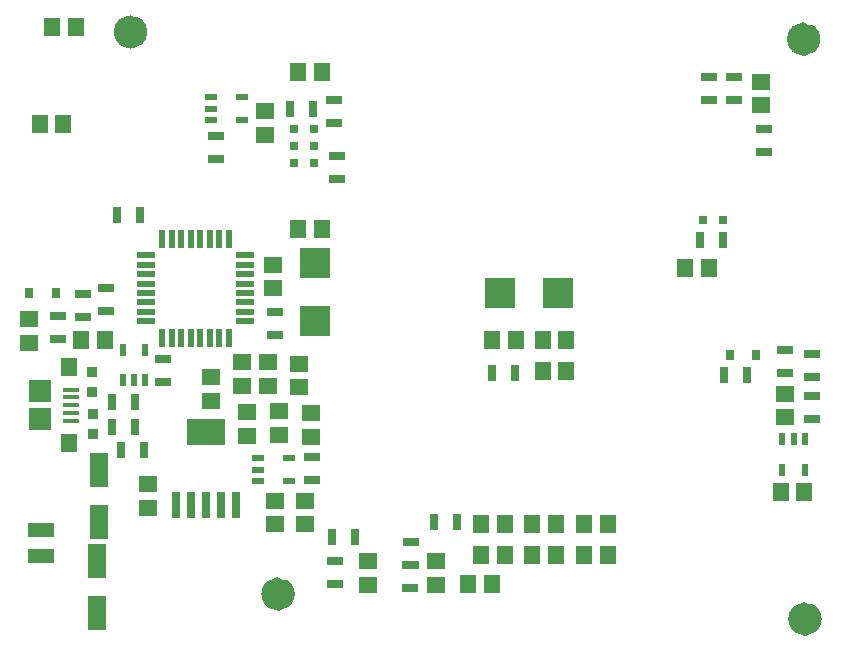
<source format=gtp>
G04*
G04 #@! TF.GenerationSoftware,Altium Limited,Altium Designer,24.5.2 (23)*
G04*
G04 Layer_Color=8421504*
%FSLAX42Y42*%
%MOMM*%
G71*
G04*
G04 #@! TF.SameCoordinates,800EA35B-6491-4ADE-9D72-18F2112E8D14*
G04*
G04*
G04 #@! TF.FilePolarity,Positive*
G04*
G01*
G75*
%ADD14C,1.40*%
%ADD15R,1.35X0.80*%
%ADD16R,0.80X1.35*%
%ADD17R,0.73X0.93*%
%ADD18R,1.35X0.40*%
%ADD19R,1.40X1.60*%
%ADD20R,1.90X1.90*%
%ADD21R,1.55X1.35*%
%ADD22R,1.35X1.55*%
%ADD23R,0.66X2.20*%
%ADD24R,3.20X2.20*%
%ADD25R,2.50X2.60*%
%ADD26R,2.60X2.50*%
%ADD27R,1.10X0.60*%
%ADD28R,0.60X1.10*%
%ADD29R,1.60X3.00*%
%ADD30R,2.20X1.20*%
%ADD31R,0.80X0.80*%
%ADD32R,0.55X1.55*%
%ADD33R,1.55X0.55*%
%ADD34R,0.85X0.85*%
D14*
X2309Y411D02*
G03*
X2309Y411I-70J0D01*
G01*
X1060Y5170D02*
G03*
X1060Y5170I-70J0D01*
G01*
X6770Y200D02*
G03*
X6770Y200I-70J0D01*
G01*
X6760Y5110D02*
G03*
X6760Y5110I-70J0D01*
G01*
D15*
X1710Y4092D02*
D03*
Y4288D02*
D03*
X2714Y4598D02*
D03*
Y4403D02*
D03*
X2740Y3922D02*
D03*
Y4117D02*
D03*
X2210Y2798D02*
D03*
Y2602D02*
D03*
X5890Y4788D02*
D03*
Y4592D02*
D03*
X6100D02*
D03*
Y4788D02*
D03*
X6350Y4347D02*
D03*
Y4153D02*
D03*
X2524Y1380D02*
D03*
Y1575D02*
D03*
X375Y2573D02*
D03*
Y2768D02*
D03*
X6530Y2478D02*
D03*
Y2283D02*
D03*
X3361Y653D02*
D03*
Y848D02*
D03*
X3360Y465D02*
D03*
Y660D02*
D03*
X785Y2804D02*
D03*
Y2999D02*
D03*
X6760Y1889D02*
D03*
Y2084D02*
D03*
X590Y2949D02*
D03*
Y2754D02*
D03*
X6760Y2440D02*
D03*
Y2245D02*
D03*
X2720Y493D02*
D03*
Y688D02*
D03*
X1266Y2210D02*
D03*
Y2405D02*
D03*
D16*
X1030Y2040D02*
D03*
X835D02*
D03*
X831Y1827D02*
D03*
X1026D02*
D03*
X1108Y1627D02*
D03*
X913D02*
D03*
X3562Y1020D02*
D03*
X3758D02*
D03*
X2342Y4520D02*
D03*
X2537D02*
D03*
X4053Y2280D02*
D03*
X4247D02*
D03*
X5812Y3410D02*
D03*
X6007D02*
D03*
X2692Y890D02*
D03*
X2888D02*
D03*
X6207Y2268D02*
D03*
X6012D02*
D03*
X875Y3619D02*
D03*
X1070D02*
D03*
D17*
X134Y2956D02*
D03*
X357D02*
D03*
X6285Y2439D02*
D03*
X6062D02*
D03*
D18*
X487Y2140D02*
D03*
Y2075D02*
D03*
Y2010D02*
D03*
Y1945D02*
D03*
Y1880D02*
D03*
D19*
X465Y2330D02*
D03*
Y1690D02*
D03*
D20*
X220Y2130D02*
D03*
Y1890D02*
D03*
D21*
X6330Y4750D02*
D03*
Y4550D02*
D03*
X2414Y2360D02*
D03*
Y2160D02*
D03*
X1672Y2246D02*
D03*
Y2046D02*
D03*
X1140Y1340D02*
D03*
Y1140D02*
D03*
X2210Y1200D02*
D03*
Y1000D02*
D03*
X1980Y1950D02*
D03*
Y1750D02*
D03*
X2158Y2175D02*
D03*
Y2375D02*
D03*
X2200Y3000D02*
D03*
Y3200D02*
D03*
X1931Y2174D02*
D03*
Y2374D02*
D03*
X2517Y1740D02*
D03*
Y1940D02*
D03*
X3000Y490D02*
D03*
Y690D02*
D03*
X3580D02*
D03*
Y490D02*
D03*
X2126Y4299D02*
D03*
Y4499D02*
D03*
X2250Y1760D02*
D03*
Y1960D02*
D03*
X132Y2538D02*
D03*
Y2738D02*
D03*
X6528Y1908D02*
D03*
Y2108D02*
D03*
X2470Y1000D02*
D03*
Y1200D02*
D03*
D22*
X420Y4390D02*
D03*
X220D02*
D03*
X5030Y1000D02*
D03*
X4830D02*
D03*
X2610Y4830D02*
D03*
X2410D02*
D03*
X3960Y740D02*
D03*
X4160D02*
D03*
X5684Y3170D02*
D03*
X5884D02*
D03*
X5030Y740D02*
D03*
X4830D02*
D03*
X4390D02*
D03*
X4590D02*
D03*
X2610Y3500D02*
D03*
X2410D02*
D03*
X4050Y500D02*
D03*
X3850D02*
D03*
X326Y5208D02*
D03*
X526D02*
D03*
X4480Y2300D02*
D03*
X4680D02*
D03*
X4160Y1000D02*
D03*
X3960D02*
D03*
X4590D02*
D03*
X4390D02*
D03*
X4250Y2563D02*
D03*
X4050D02*
D03*
X4480Y2560D02*
D03*
X4680D02*
D03*
X6496Y1272D02*
D03*
X6696D02*
D03*
X570Y2559D02*
D03*
X770D02*
D03*
D23*
X1372Y1161D02*
D03*
X1499D02*
D03*
X1626D02*
D03*
X1753D02*
D03*
X1880D02*
D03*
D24*
X1626Y1781D02*
D03*
D25*
X4605Y2960D02*
D03*
X4115D02*
D03*
D26*
X2550Y2720D02*
D03*
Y3210D02*
D03*
D27*
X1930Y4425D02*
D03*
Y4615D02*
D03*
X1670Y4425D02*
D03*
Y4520D02*
D03*
Y4615D02*
D03*
X2330Y1370D02*
D03*
Y1560D02*
D03*
X2070Y1370D02*
D03*
Y1465D02*
D03*
Y1560D02*
D03*
D28*
X1113Y2481D02*
D03*
X923D02*
D03*
X1113Y2221D02*
D03*
X1018D02*
D03*
X923D02*
D03*
X6509Y1465D02*
D03*
X6699D02*
D03*
X6509Y1725D02*
D03*
X6604D02*
D03*
X6699D02*
D03*
D29*
X720Y1020D02*
D03*
Y1460D02*
D03*
X710Y250D02*
D03*
Y690D02*
D03*
D30*
X230Y730D02*
D03*
Y950D02*
D03*
D31*
X2545Y4061D02*
D03*
X2375D02*
D03*
X6010Y3578D02*
D03*
X5840D02*
D03*
X2545Y4205D02*
D03*
X2375D02*
D03*
X2545Y4349D02*
D03*
X2375D02*
D03*
D32*
X1820Y2580D02*
D03*
X1740D02*
D03*
X1660D02*
D03*
X1580D02*
D03*
X1500D02*
D03*
X1420D02*
D03*
X1340D02*
D03*
X1260D02*
D03*
Y3420D02*
D03*
X1340D02*
D03*
X1420D02*
D03*
X1500D02*
D03*
X1580D02*
D03*
X1660D02*
D03*
X1740D02*
D03*
X1820D02*
D03*
D33*
X1120Y2720D02*
D03*
Y2800D02*
D03*
Y2880D02*
D03*
Y2960D02*
D03*
Y3040D02*
D03*
Y3120D02*
D03*
Y3200D02*
D03*
Y3280D02*
D03*
X1960D02*
D03*
Y3200D02*
D03*
Y3120D02*
D03*
Y3040D02*
D03*
Y2960D02*
D03*
Y2880D02*
D03*
Y2800D02*
D03*
Y2720D02*
D03*
D34*
X665Y2122D02*
D03*
Y2292D02*
D03*
X668Y1938D02*
D03*
Y1768D02*
D03*
M02*

</source>
